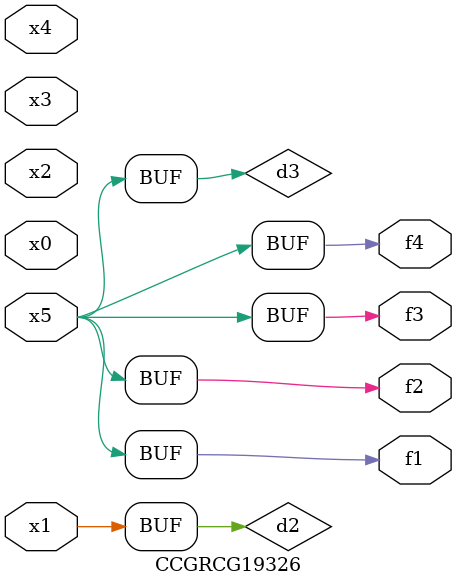
<source format=v>
module CCGRCG19326(
	input x0, x1, x2, x3, x4, x5,
	output f1, f2, f3, f4
);

	wire d1, d2, d3;

	not (d1, x5);
	or (d2, x1);
	xnor (d3, d1);
	assign f1 = d3;
	assign f2 = d3;
	assign f3 = d3;
	assign f4 = d3;
endmodule

</source>
